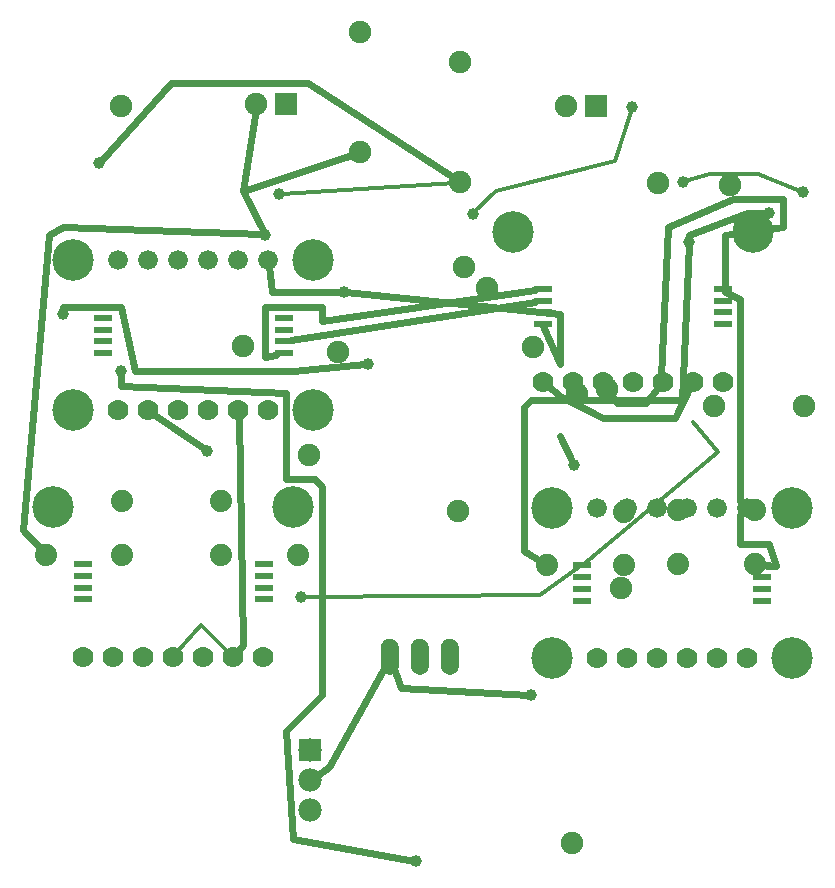
<source format=gbl>
G04 MADE WITH FRITZING*
G04 WWW.FRITZING.ORG*
G04 DOUBLE SIDED*
G04 HOLES PLATED*
G04 CONTOUR ON CENTER OF CONTOUR VECTOR*
%FSLAX26Y26*%
%MOIN*%
%ADD10C,0.138425*%
%ADD11C,0.070000*%
%ADD12C,0.066000*%
%ADD13C,0.053528*%
%ADD14C,0.078000*%
%ADD15C,0.075000*%
%ADD16C,0.074000*%
%ADD17C,0.039370*%
%ADD18R,0.061024X0.023622*%
%ADD19R,0.078000X0.078000*%
%ADD20R,0.075000X0.075000*%
%ADD21C,0.024000*%
%ADD22C,0.012000*%
%ADD23R,0.001000X0.001000*%
G04 COPPER0*
%FSLAX26Y26*%
%MOIN*%
D10*
X2905800Y2589690D03*
D11*
X2805800Y2089690D03*
X2705800Y2089690D03*
D10*
X2105800Y2589690D03*
D11*
X2605800Y2089690D03*
X2505800Y2089690D03*
X2405800Y2089690D03*
X2305800Y2089690D03*
X2205800Y2089690D03*
D10*
X2905800Y2589690D03*
D11*
X2805800Y2089690D03*
X2705800Y2089690D03*
D10*
X2105800Y2589690D03*
D11*
X2605800Y2089690D03*
X2505800Y2089690D03*
X2405800Y2089690D03*
X2305800Y2089690D03*
X2205800Y2089690D03*
D10*
X1373770Y1672760D03*
D11*
X1273770Y1172760D03*
X1173770Y1172760D03*
D10*
X573767Y1672760D03*
D11*
X1073770Y1172760D03*
X973767Y1172760D03*
X873767Y1172760D03*
X773767Y1172760D03*
X673767Y1172760D03*
D10*
X1373770Y1672760D03*
D11*
X1273770Y1172760D03*
X1173770Y1172760D03*
D10*
X573767Y1672760D03*
D11*
X1073770Y1172760D03*
X973767Y1172760D03*
X873767Y1172760D03*
X773767Y1172760D03*
X673767Y1172760D03*
D10*
X2236540Y1667750D03*
X2236540Y1167750D03*
D12*
X2886540Y1667750D03*
X2786540Y1667750D03*
D10*
X3036540Y1667750D03*
D12*
X2686540Y1667750D03*
D10*
X3036540Y1167750D03*
D12*
X2586540Y1667750D03*
X2486540Y1667750D03*
X2386540Y1667750D03*
D11*
X2886540Y1167750D03*
X2786540Y1167750D03*
X2686540Y1167750D03*
X2586540Y1167750D03*
X2486540Y1167750D03*
X2386540Y1167750D03*
D10*
X2236540Y1667750D03*
X2236540Y1167750D03*
D12*
X2886540Y1667750D03*
X2786540Y1667750D03*
D10*
X3036540Y1667750D03*
D12*
X2686540Y1667750D03*
D10*
X3036540Y1167750D03*
D12*
X2586540Y1667750D03*
X2486540Y1667750D03*
X2386540Y1667750D03*
D11*
X2886540Y1167750D03*
X2786540Y1167750D03*
X2686540Y1167750D03*
X2586540Y1167750D03*
X2486540Y1167750D03*
X2386540Y1167750D03*
D10*
X640833Y2493296D03*
X640833Y1993300D03*
D12*
X1290830Y2493296D03*
X1190830Y2493296D03*
D10*
X1440830Y2493296D03*
D12*
X1090830Y2493296D03*
D10*
X1440830Y1993300D03*
D12*
X990833Y2493296D03*
X890833Y2493296D03*
X790833Y2493296D03*
D11*
X1290830Y1993300D03*
X1190830Y1993300D03*
X1090830Y1993300D03*
X990833Y1993300D03*
X890833Y1993300D03*
X790833Y1993300D03*
D10*
X640833Y2493296D03*
X640833Y1993300D03*
D12*
X1290830Y2493296D03*
X1190830Y2493296D03*
D10*
X1440830Y2493296D03*
D12*
X1090830Y2493296D03*
D10*
X1440830Y1993300D03*
D12*
X990833Y2493296D03*
X890833Y2493296D03*
X790833Y2493296D03*
D11*
X1290830Y1993300D03*
X1190830Y1993300D03*
X1090830Y1993300D03*
X990833Y1993300D03*
X890833Y1993300D03*
X790833Y1993300D03*
D13*
X1695690Y1171910D03*
X1795690Y1171910D03*
X1895670Y1171910D03*
D14*
X1430770Y862510D03*
X1430770Y762510D03*
X1430770Y662510D03*
D15*
X1929420Y2753741D03*
X1929420Y3153741D03*
X1929420Y2753741D03*
X1929420Y3153741D03*
X1596090Y3255118D03*
X1596090Y2855118D03*
X2381430Y3007933D03*
X2281430Y3007933D03*
X2381430Y3007933D03*
X2281430Y3007933D03*
X1350770Y3015250D03*
X1250770Y3015250D03*
X1350770Y3015250D03*
X1250770Y3015250D03*
D16*
X1131930Y1691090D03*
X1387930Y1691090D03*
X1131930Y1513090D03*
X1387930Y1513090D03*
X2656090Y1660420D03*
X2912090Y1660420D03*
X2656090Y1482420D03*
X2912090Y1482420D03*
X2220320Y1655310D03*
X2476320Y1655310D03*
X2220320Y1477310D03*
X2476320Y1477310D03*
X547956Y1691090D03*
X803956Y1691090D03*
X547956Y1513090D03*
X803956Y1513090D03*
D17*
X2166200Y1043680D03*
X1971410Y2649343D03*
X2503550Y3006336D03*
X1327210Y2715019D03*
X1398910Y1371990D03*
X1086200Y1859680D03*
X1278200Y2579680D03*
X3071220Y2721750D03*
X2672770Y2756229D03*
X2958200Y2651680D03*
X2694200Y2555680D03*
X1782200Y491680D03*
X798196Y2123680D03*
X1542200Y2387680D03*
X2598200Y2099680D03*
X606196Y2315680D03*
X1621750Y2147680D03*
X2310200Y1811680D03*
X726196Y2819680D03*
D15*
X2019090Y2401390D03*
X2302870Y550500D03*
X1941190Y2471156D03*
X1922590Y1659220D03*
X2417680Y2063760D03*
X2466040Y1402520D03*
X2320770Y2047060D03*
X2828890Y2744675D03*
X2171620Y2205930D03*
X2589010Y2752241D03*
X2775860Y2006820D03*
X3075860Y2006820D03*
X1425030Y1843920D03*
X1521920Y2186850D03*
X799067Y3009395D03*
X1205240Y2208570D03*
D18*
X2204762Y2280639D03*
X2204762Y2320009D03*
X2204762Y2359379D03*
X2204762Y2398749D03*
X2806822Y2398749D03*
X2806822Y2359379D03*
X2806822Y2320009D03*
X2806822Y2280639D03*
X2204762Y2280639D03*
X2204762Y2320009D03*
X2204762Y2359379D03*
X2204762Y2398749D03*
X2806822Y2398749D03*
X2806822Y2359379D03*
X2806822Y2320009D03*
X2806822Y2280639D03*
X672732Y1363709D03*
X672732Y1403079D03*
X672732Y1442439D03*
X672732Y1481819D03*
X1274792Y1481819D03*
X1274792Y1442449D03*
X1274792Y1403079D03*
X1274792Y1363709D03*
X672732Y1363709D03*
X672732Y1403079D03*
X672732Y1442439D03*
X672732Y1481819D03*
X1274792Y1481819D03*
X1274792Y1442449D03*
X1274792Y1403079D03*
X1274792Y1363709D03*
X2335502Y1358699D03*
X2335502Y1398069D03*
X2335502Y1437439D03*
X2335502Y1476809D03*
X2937562Y1476809D03*
X2937562Y1437439D03*
X2937562Y1398069D03*
X2937562Y1358699D03*
X2335502Y1358699D03*
X2335502Y1398069D03*
X2335502Y1437439D03*
X2335502Y1476809D03*
X2937562Y1476809D03*
X2937562Y1437439D03*
X2937562Y1398069D03*
X2937562Y1358699D03*
X739798Y2184239D03*
X739798Y2223609D03*
X739798Y2262979D03*
X739798Y2302349D03*
X1341852Y2302349D03*
X1341852Y2262979D03*
X1341852Y2223609D03*
X1341852Y2184239D03*
X739798Y2184239D03*
X739798Y2223609D03*
X739798Y2262979D03*
X739798Y2302349D03*
X1341852Y2302349D03*
X1341852Y2262979D03*
X1341852Y2223609D03*
X1341852Y2184239D03*
D19*
X1430770Y862510D03*
D20*
X2381430Y3007933D03*
X2381430Y3007933D03*
X1350770Y3015250D03*
X1350770Y3015250D03*
D21*
X1684540Y1151530D02*
X1494200Y803680D01*
D02*
X1494200Y803680D02*
X1446710Y772850D01*
D02*
X2158340Y1044120D02*
X1734200Y1067680D01*
D02*
X1734200Y1067680D02*
X1703740Y1150110D01*
D02*
X907082Y1982180D02*
X1079700Y1864120D01*
D02*
X2179810Y2355450D02*
X1366810Y2227540D01*
D02*
X2179810Y2395110D02*
X1470200Y2291680D01*
D02*
X1470200Y2291680D02*
X1470200Y2339680D01*
D02*
X1470200Y2339680D02*
X1278200Y2339680D01*
D02*
X1278200Y2339680D02*
X1278200Y2171680D01*
D02*
X1278200Y2171680D02*
X1316900Y2179320D01*
D02*
X1248120Y2997951D02*
X1206200Y2723679D01*
D02*
X1206200Y2723679D02*
X1274680Y2586722D01*
D02*
X1579510Y2849528D02*
X1206210Y2723679D01*
D02*
X534634Y1528010D02*
X474201Y1595680D01*
D02*
X474200Y1595680D02*
X558200Y2579679D01*
D02*
X558200Y2579679D02*
X606200Y2603679D01*
D02*
X606200Y2603679D02*
X1270330Y2579960D01*
D02*
X2950330Y2651679D02*
X2886200Y2651679D01*
D02*
X2886200Y2651679D02*
X2694200Y2579679D01*
D02*
X2694200Y2579679D02*
X2694200Y2563553D01*
D02*
X2203120Y1487520D02*
X2142200Y1523680D01*
D02*
X2142200Y1523680D02*
X2142200Y2003680D01*
D02*
X2142200Y2003680D02*
X2166200Y2027680D01*
D02*
X2166200Y2027680D02*
X2670200Y2027680D01*
D02*
X2670200Y2027680D02*
X2693840Y2547813D01*
D02*
X1774450Y493050D02*
X1374200Y563680D01*
D02*
X1374200Y563680D02*
X1350200Y923680D01*
D02*
X1350200Y923680D02*
X1470200Y1043680D01*
D02*
X1470200Y1043680D02*
X1470200Y1739680D01*
D02*
X1470200Y1739680D02*
X1446200Y1763680D01*
D02*
X1446200Y1763680D02*
X1350200Y1763680D01*
D02*
X1350200Y1763680D02*
X1350200Y2051680D01*
D02*
X1350200Y2051680D02*
X798200Y2075680D01*
D02*
X798200Y2075680D02*
X798200Y2115810D01*
D02*
X1534330Y2387680D02*
X1302200Y2387680D01*
D02*
X1302200Y2387680D02*
X1292940Y2473723D01*
D02*
X2207470Y2274380D02*
X2262200Y2147680D01*
D02*
X2262200Y2147680D02*
X2262200Y2315680D01*
D02*
X2262200Y2315680D02*
X1550030Y2386900D01*
D02*
X2416710Y2073310D02*
X2454200Y2017010D01*
D02*
X2454200Y2017010D02*
X2550200Y2017010D01*
D02*
X2550200Y2017010D02*
X2593840Y2074060D01*
D02*
X2937570Y1476800D02*
X2958200Y1475680D01*
D02*
X2958200Y1475680D02*
X2982200Y1475680D01*
D02*
X2982200Y1475680D02*
X2958200Y1547680D01*
D02*
X2958200Y1547680D02*
X2862200Y1547680D01*
D02*
X2862200Y1547680D02*
X2862200Y1643680D01*
D02*
X2862200Y1643680D02*
X2872540Y1653900D01*
D02*
X2598570Y2107540D02*
X2622200Y2603679D01*
D02*
X2622200Y2603679D02*
X2838200Y2699679D01*
D02*
X2838200Y2699679D02*
X3006200Y2699679D01*
D02*
X3006200Y2699679D02*
X3006200Y2603679D01*
D02*
X3006200Y2603679D02*
X2814200Y2579679D01*
D02*
X2814200Y2579679D02*
X2814200Y2387680D01*
D02*
X2814200Y2387680D02*
X2862200Y2363680D01*
D02*
X2862200Y2363680D02*
X2862200Y1691680D01*
D02*
X2862200Y1691680D02*
X2872500Y1681550D01*
D02*
X606200Y2323550D02*
X606200Y2339680D01*
D02*
X606200Y2339680D02*
X798200Y2339680D01*
D02*
X798200Y2339680D02*
X846200Y2123680D01*
D02*
X846200Y2123680D02*
X1374200Y2123680D01*
D02*
X1374200Y2123680D02*
X1613920Y2146920D01*
D02*
X2220700Y2076830D02*
X2262200Y2041010D01*
D02*
X2262200Y2041010D02*
X2406200Y1969010D01*
D02*
X2406200Y1969010D02*
X2646200Y1969010D01*
D02*
X2646200Y1969010D02*
X2697080Y2072040D01*
D02*
X2306680Y1818720D02*
X2262200Y1907680D01*
D02*
X731497Y2825506D02*
X966200Y3083679D01*
D02*
X966200Y3083679D02*
X1422200Y3083679D01*
D02*
X1422200Y3083679D02*
X1914750Y2763284D01*
D02*
X1186370Y1187880D02*
X1206200Y1211680D01*
D02*
X1206200Y1211680D02*
X1191220Y1973610D01*
D22*
D02*
X2195720Y1377970D02*
X1406780Y1372050D01*
D02*
X2326660Y1470540D02*
X2195720Y1377970D01*
D02*
X2789930Y1854370D02*
X2343040Y1483060D01*
D02*
X2705800Y1956360D02*
X2789930Y1854370D01*
D02*
X1911960Y2752618D02*
X1335070Y2715524D01*
D02*
X2049880Y2723803D02*
X2446490Y2824953D01*
D02*
X2446500Y2824953D02*
X2501200Y2998825D01*
D02*
X1977120Y2654762D02*
X2049890Y2723802D01*
D02*
X2924010Y2781945D02*
X2762370Y2780108D01*
D02*
X2762380Y2780108D02*
X2680370Y2758256D01*
D02*
X3063930Y2724730D02*
X2924020Y2781944D01*
D02*
X1065780Y1278560D02*
X986678Y1187600D01*
D02*
X1173770Y1172760D02*
X1065780Y1278560D01*
D23*
X1692500Y1232070D02*
X1698500Y1232070D01*
X1792500Y1232070D02*
X1798500Y1232070D01*
X1892500Y1232070D02*
X1898500Y1232070D01*
X1687500Y1231070D02*
X1703500Y1231070D01*
X1787500Y1231070D02*
X1803500Y1231070D01*
X1887500Y1231070D02*
X1903500Y1231070D01*
X1684500Y1230070D02*
X1706500Y1230070D01*
X1784500Y1230070D02*
X1806500Y1230070D01*
X1884500Y1230070D02*
X1906500Y1230070D01*
X1682500Y1229070D02*
X1708500Y1229070D01*
X1782500Y1229070D02*
X1808500Y1229070D01*
X1882500Y1229070D02*
X1908500Y1229070D01*
X1680500Y1228070D02*
X1710500Y1228070D01*
X1780500Y1228070D02*
X1810500Y1228070D01*
X1880500Y1228070D02*
X1910500Y1228070D01*
X1679500Y1227070D02*
X1711500Y1227070D01*
X1779500Y1227070D02*
X1811500Y1227070D01*
X1879500Y1227070D02*
X1911500Y1227070D01*
X1677500Y1226070D02*
X1713500Y1226070D01*
X1777500Y1226070D02*
X1813500Y1226070D01*
X1877500Y1226070D02*
X1913500Y1226070D01*
X1676500Y1225070D02*
X1714500Y1225070D01*
X1776500Y1225070D02*
X1814500Y1225070D01*
X1876500Y1225070D02*
X1914500Y1225070D01*
X1675500Y1224070D02*
X1715500Y1224070D01*
X1775500Y1224070D02*
X1815500Y1224070D01*
X1875500Y1224070D02*
X1915500Y1224070D01*
X1674500Y1223070D02*
X1716500Y1223070D01*
X1774500Y1223070D02*
X1816500Y1223070D01*
X1874500Y1223070D02*
X1916500Y1223070D01*
X1673500Y1222070D02*
X1717500Y1222070D01*
X1773500Y1222070D02*
X1817500Y1222070D01*
X1873500Y1222070D02*
X1917500Y1222070D01*
X1672500Y1221070D02*
X1718500Y1221070D01*
X1772500Y1221070D02*
X1818500Y1221070D01*
X1872500Y1221070D02*
X1918500Y1221070D01*
X1671500Y1220070D02*
X1719500Y1220070D01*
X1771500Y1220070D02*
X1818500Y1220070D01*
X1871500Y1220070D02*
X1918500Y1220070D01*
X1671500Y1219070D02*
X1719500Y1219070D01*
X1771500Y1219070D02*
X1819500Y1219070D01*
X1871500Y1219070D02*
X1919500Y1219070D01*
X1670500Y1218070D02*
X1720500Y1218070D01*
X1770500Y1218070D02*
X1820500Y1218070D01*
X1870500Y1218070D02*
X1920500Y1218070D01*
X1669500Y1217070D02*
X1720500Y1217070D01*
X1769500Y1217070D02*
X1820500Y1217070D01*
X1869500Y1217070D02*
X1920500Y1217070D01*
X1669500Y1216070D02*
X1721500Y1216070D01*
X1769500Y1216070D02*
X1821500Y1216070D01*
X1869500Y1216070D02*
X1921500Y1216070D01*
X1668500Y1215070D02*
X1722500Y1215070D01*
X1768500Y1215070D02*
X1821500Y1215070D01*
X1868500Y1215070D02*
X1921500Y1215070D01*
X1668500Y1214070D02*
X1722500Y1214070D01*
X1768500Y1214070D02*
X1822500Y1214070D01*
X1868500Y1214070D02*
X1922500Y1214070D01*
X1667500Y1213070D02*
X1722500Y1213070D01*
X1767500Y1213070D02*
X1822500Y1213070D01*
X1867500Y1213070D02*
X1922500Y1213070D01*
X1667500Y1212070D02*
X1723500Y1212070D01*
X1767500Y1212070D02*
X1823500Y1212070D01*
X1867500Y1212070D02*
X1923500Y1212070D01*
X1667500Y1211070D02*
X1723500Y1211070D01*
X1767500Y1211070D02*
X1823500Y1211070D01*
X1867500Y1211070D02*
X1923500Y1211070D01*
X1666500Y1210070D02*
X1723500Y1210070D01*
X1766500Y1210070D02*
X1823500Y1210070D01*
X1866500Y1210070D02*
X1923500Y1210070D01*
X1666500Y1209070D02*
X1724500Y1209070D01*
X1766500Y1209070D02*
X1824500Y1209070D01*
X1866500Y1209070D02*
X1924500Y1209070D01*
X1666500Y1208070D02*
X1724500Y1208070D01*
X1766500Y1208070D02*
X1824500Y1208070D01*
X1866500Y1208070D02*
X1924500Y1208070D01*
X1666500Y1207070D02*
X1724500Y1207070D01*
X1766500Y1207070D02*
X1824500Y1207070D01*
X1866500Y1207070D02*
X1924500Y1207070D01*
X1666500Y1206070D02*
X1724500Y1206070D01*
X1766500Y1206070D02*
X1824500Y1206070D01*
X1866500Y1206070D02*
X1924500Y1206070D01*
X1666500Y1205070D02*
X1724500Y1205070D01*
X1766500Y1205070D02*
X1824500Y1205070D01*
X1866500Y1205070D02*
X1924500Y1205070D01*
X1665500Y1204070D02*
X1724500Y1204070D01*
X1765500Y1204070D02*
X1824500Y1204070D01*
X1865500Y1204070D02*
X1924500Y1204070D01*
X1665500Y1203070D02*
X1724500Y1203070D01*
X1765500Y1203070D02*
X1824500Y1203070D01*
X1865500Y1203070D02*
X1924500Y1203070D01*
X1665500Y1202070D02*
X1724500Y1202070D01*
X1765500Y1202070D02*
X1824500Y1202070D01*
X1865500Y1202070D02*
X1924500Y1202070D01*
X1665500Y1201070D02*
X1724500Y1201070D01*
X1765500Y1201070D02*
X1824500Y1201070D01*
X1865500Y1201070D02*
X1924500Y1201070D01*
X1665500Y1200070D02*
X1724500Y1200070D01*
X1765500Y1200070D02*
X1824500Y1200070D01*
X1865500Y1200070D02*
X1924500Y1200070D01*
X1665500Y1199070D02*
X1724500Y1199070D01*
X1765500Y1199070D02*
X1824500Y1199070D01*
X1865500Y1199070D02*
X1924500Y1199070D01*
X1665500Y1198070D02*
X1724500Y1198070D01*
X1765500Y1198070D02*
X1824500Y1198070D01*
X1865500Y1198070D02*
X1924500Y1198070D01*
X1665500Y1197070D02*
X1724500Y1197070D01*
X1765500Y1197070D02*
X1824500Y1197070D01*
X1865500Y1197070D02*
X1924500Y1197070D01*
X1665500Y1196070D02*
X1724500Y1196070D01*
X1765500Y1196070D02*
X1824500Y1196070D01*
X1865500Y1196070D02*
X1924500Y1196070D01*
X1665500Y1195070D02*
X1724500Y1195070D01*
X1765500Y1195070D02*
X1824500Y1195070D01*
X1865500Y1195070D02*
X1924500Y1195070D01*
X1665500Y1194070D02*
X1724500Y1194070D01*
X1765500Y1194070D02*
X1824500Y1194070D01*
X1865500Y1194070D02*
X1924500Y1194070D01*
X1665500Y1193070D02*
X1724500Y1193070D01*
X1765500Y1193070D02*
X1824500Y1193070D01*
X1865500Y1193070D02*
X1924500Y1193070D01*
X1665500Y1192070D02*
X1692500Y1192070D01*
X1697500Y1192070D02*
X1724500Y1192070D01*
X1765500Y1192070D02*
X1792500Y1192070D01*
X1797500Y1192070D02*
X1824500Y1192070D01*
X1865500Y1192070D02*
X1892500Y1192070D01*
X1897500Y1192070D02*
X1924500Y1192070D01*
X1665500Y1191070D02*
X1688500Y1191070D01*
X1702500Y1191070D02*
X1724500Y1191070D01*
X1765500Y1191070D02*
X1788500Y1191070D01*
X1802500Y1191070D02*
X1824500Y1191070D01*
X1865500Y1191070D02*
X1888500Y1191070D01*
X1902500Y1191070D02*
X1924500Y1191070D01*
X1665500Y1190070D02*
X1685500Y1190070D01*
X1704500Y1190070D02*
X1724500Y1190070D01*
X1765500Y1190070D02*
X1785500Y1190070D01*
X1804500Y1190070D02*
X1824500Y1190070D01*
X1865500Y1190070D02*
X1885500Y1190070D01*
X1904500Y1190070D02*
X1924500Y1190070D01*
X1665500Y1189070D02*
X1684500Y1189070D01*
X1706500Y1189070D02*
X1724500Y1189070D01*
X1765500Y1189070D02*
X1784500Y1189070D01*
X1806500Y1189070D02*
X1824500Y1189070D01*
X1865500Y1189070D02*
X1884500Y1189070D01*
X1906500Y1189070D02*
X1924500Y1189070D01*
X1665500Y1188070D02*
X1682500Y1188070D01*
X1708500Y1188070D02*
X1724500Y1188070D01*
X1765500Y1188070D02*
X1782500Y1188070D01*
X1808500Y1188070D02*
X1824500Y1188070D01*
X1865500Y1188070D02*
X1882500Y1188070D01*
X1907500Y1188070D02*
X1924500Y1188070D01*
X1665500Y1187070D02*
X1681500Y1187070D01*
X1709500Y1187070D02*
X1724500Y1187070D01*
X1765500Y1187070D02*
X1781500Y1187070D01*
X1809500Y1187070D02*
X1824500Y1187070D01*
X1865500Y1187070D02*
X1881500Y1187070D01*
X1909500Y1187070D02*
X1924500Y1187070D01*
X1665500Y1186070D02*
X1680500Y1186070D01*
X1710500Y1186070D02*
X1724500Y1186070D01*
X1765500Y1186070D02*
X1780500Y1186070D01*
X1810500Y1186070D02*
X1824500Y1186070D01*
X1865500Y1186070D02*
X1880500Y1186070D01*
X1910500Y1186070D02*
X1924500Y1186070D01*
X1665500Y1185070D02*
X1679500Y1185070D01*
X1711500Y1185070D02*
X1724500Y1185070D01*
X1765500Y1185070D02*
X1779500Y1185070D01*
X1811500Y1185070D02*
X1824500Y1185070D01*
X1865500Y1185070D02*
X1879500Y1185070D01*
X1911500Y1185070D02*
X1924500Y1185070D01*
X1665500Y1184070D02*
X1678500Y1184070D01*
X1711500Y1184070D02*
X1724500Y1184070D01*
X1765500Y1184070D02*
X1778500Y1184070D01*
X1811500Y1184070D02*
X1824500Y1184070D01*
X1865500Y1184070D02*
X1878500Y1184070D01*
X1911500Y1184070D02*
X1924500Y1184070D01*
X1665500Y1183070D02*
X1678500Y1183070D01*
X1712500Y1183070D02*
X1724500Y1183070D01*
X1765500Y1183070D02*
X1778500Y1183070D01*
X1812500Y1183070D02*
X1824500Y1183070D01*
X1865500Y1183070D02*
X1878500Y1183070D01*
X1912500Y1183070D02*
X1924500Y1183070D01*
X1665500Y1182070D02*
X1677500Y1182070D01*
X1713500Y1182070D02*
X1724500Y1182070D01*
X1765500Y1182070D02*
X1777500Y1182070D01*
X1813500Y1182070D02*
X1824500Y1182070D01*
X1865500Y1182070D02*
X1877500Y1182070D01*
X1913500Y1182070D02*
X1924500Y1182070D01*
X1665500Y1181070D02*
X1677500Y1181070D01*
X1713500Y1181070D02*
X1724500Y1181070D01*
X1765500Y1181070D02*
X1777500Y1181070D01*
X1813500Y1181070D02*
X1824500Y1181070D01*
X1865500Y1181070D02*
X1876500Y1181070D01*
X1913500Y1181070D02*
X1924500Y1181070D01*
X1665500Y1180070D02*
X1676500Y1180070D01*
X1714500Y1180070D02*
X1724500Y1180070D01*
X1765500Y1180070D02*
X1776500Y1180070D01*
X1814500Y1180070D02*
X1824500Y1180070D01*
X1865500Y1180070D02*
X1876500Y1180070D01*
X1914500Y1180070D02*
X1924500Y1180070D01*
X1665500Y1179070D02*
X1676500Y1179070D01*
X1714500Y1179070D02*
X1724500Y1179070D01*
X1765500Y1179070D02*
X1776500Y1179070D01*
X1814500Y1179070D02*
X1824500Y1179070D01*
X1865500Y1179070D02*
X1876500Y1179070D01*
X1914500Y1179070D02*
X1924500Y1179070D01*
X1665500Y1178070D02*
X1675500Y1178070D01*
X1714500Y1178070D02*
X1724500Y1178070D01*
X1765500Y1178070D02*
X1775500Y1178070D01*
X1814500Y1178070D02*
X1824500Y1178070D01*
X1865500Y1178070D02*
X1875500Y1178070D01*
X1914500Y1178070D02*
X1924500Y1178070D01*
X1665500Y1177070D02*
X1675500Y1177070D01*
X1715500Y1177070D02*
X1724500Y1177070D01*
X1765500Y1177070D02*
X1775500Y1177070D01*
X1815500Y1177070D02*
X1824500Y1177070D01*
X1865500Y1177070D02*
X1875500Y1177070D01*
X1915500Y1177070D02*
X1924500Y1177070D01*
X1665500Y1176070D02*
X1675500Y1176070D01*
X1715500Y1176070D02*
X1724500Y1176070D01*
X1765500Y1176070D02*
X1775500Y1176070D01*
X1815500Y1176070D02*
X1824500Y1176070D01*
X1865500Y1176070D02*
X1875500Y1176070D01*
X1915500Y1176070D02*
X1924500Y1176070D01*
X1665500Y1175070D02*
X1675500Y1175070D01*
X1715500Y1175070D02*
X1724500Y1175070D01*
X1765500Y1175070D02*
X1775500Y1175070D01*
X1815500Y1175070D02*
X1824500Y1175070D01*
X1865500Y1175070D02*
X1875500Y1175070D01*
X1915500Y1175070D02*
X1924500Y1175070D01*
X1665500Y1174070D02*
X1675500Y1174070D01*
X1715500Y1174070D02*
X1724500Y1174070D01*
X1765500Y1174070D02*
X1775500Y1174070D01*
X1815500Y1174070D02*
X1824500Y1174070D01*
X1865500Y1174070D02*
X1875500Y1174070D01*
X1915500Y1174070D02*
X1924500Y1174070D01*
X1665500Y1173070D02*
X1674500Y1173070D01*
X1715500Y1173070D02*
X1724500Y1173070D01*
X1765500Y1173070D02*
X1774500Y1173070D01*
X1815500Y1173070D02*
X1824500Y1173070D01*
X1865500Y1173070D02*
X1874500Y1173070D01*
X1915500Y1173070D02*
X1924500Y1173070D01*
X1665500Y1172070D02*
X1674500Y1172070D01*
X1715500Y1172070D02*
X1724500Y1172070D01*
X1765500Y1172070D02*
X1774500Y1172070D01*
X1815500Y1172070D02*
X1824500Y1172070D01*
X1865500Y1172070D02*
X1874500Y1172070D01*
X1915500Y1172070D02*
X1924500Y1172070D01*
X1665500Y1171070D02*
X1675500Y1171070D01*
X1715500Y1171070D02*
X1724500Y1171070D01*
X1765500Y1171070D02*
X1775500Y1171070D01*
X1815500Y1171070D02*
X1824500Y1171070D01*
X1865500Y1171070D02*
X1874500Y1171070D01*
X1915500Y1171070D02*
X1924500Y1171070D01*
X1665500Y1170070D02*
X1675500Y1170070D01*
X1715500Y1170070D02*
X1724500Y1170070D01*
X1765500Y1170070D02*
X1775500Y1170070D01*
X1815500Y1170070D02*
X1824500Y1170070D01*
X1865500Y1170070D02*
X1875500Y1170070D01*
X1915500Y1170070D02*
X1924500Y1170070D01*
X1665500Y1169070D02*
X1675500Y1169070D01*
X1715500Y1169070D02*
X1724500Y1169070D01*
X1765500Y1169070D02*
X1775500Y1169070D01*
X1815500Y1169070D02*
X1824500Y1169070D01*
X1865500Y1169070D02*
X1875500Y1169070D01*
X1915500Y1169070D02*
X1924500Y1169070D01*
X1665500Y1168070D02*
X1675500Y1168070D01*
X1715500Y1168070D02*
X1724500Y1168070D01*
X1765500Y1168070D02*
X1775500Y1168070D01*
X1815500Y1168070D02*
X1824500Y1168070D01*
X1865500Y1168070D02*
X1875500Y1168070D01*
X1915500Y1168070D02*
X1924500Y1168070D01*
X1665500Y1167070D02*
X1675500Y1167070D01*
X1715500Y1167070D02*
X1724500Y1167070D01*
X1765500Y1167070D02*
X1775500Y1167070D01*
X1815500Y1167070D02*
X1824500Y1167070D01*
X1865500Y1167070D02*
X1875500Y1167070D01*
X1915500Y1167070D02*
X1924500Y1167070D01*
X1665500Y1166070D02*
X1675500Y1166070D01*
X1714500Y1166070D02*
X1724500Y1166070D01*
X1765500Y1166070D02*
X1775500Y1166070D01*
X1814500Y1166070D02*
X1824500Y1166070D01*
X1865500Y1166070D02*
X1875500Y1166070D01*
X1914500Y1166070D02*
X1924500Y1166070D01*
X1665500Y1165070D02*
X1676500Y1165070D01*
X1714500Y1165070D02*
X1724500Y1165070D01*
X1765500Y1165070D02*
X1776500Y1165070D01*
X1814500Y1165070D02*
X1824500Y1165070D01*
X1865500Y1165070D02*
X1876500Y1165070D01*
X1914500Y1165070D02*
X1924500Y1165070D01*
X1665500Y1164070D02*
X1676500Y1164070D01*
X1714500Y1164070D02*
X1724500Y1164070D01*
X1765500Y1164070D02*
X1776500Y1164070D01*
X1814500Y1164070D02*
X1824500Y1164070D01*
X1865500Y1164070D02*
X1876500Y1164070D01*
X1914500Y1164070D02*
X1924500Y1164070D01*
X1665500Y1163070D02*
X1677500Y1163070D01*
X1713500Y1163070D02*
X1724500Y1163070D01*
X1765500Y1163070D02*
X1777500Y1163070D01*
X1813500Y1163070D02*
X1824500Y1163070D01*
X1865500Y1163070D02*
X1877500Y1163070D01*
X1913500Y1163070D02*
X1924500Y1163070D01*
X1665500Y1162070D02*
X1677500Y1162070D01*
X1712500Y1162070D02*
X1724500Y1162070D01*
X1765500Y1162070D02*
X1777500Y1162070D01*
X1812500Y1162070D02*
X1824500Y1162070D01*
X1865500Y1162070D02*
X1877500Y1162070D01*
X1912500Y1162070D02*
X1924500Y1162070D01*
X1665500Y1161070D02*
X1678500Y1161070D01*
X1712500Y1161070D02*
X1724500Y1161070D01*
X1765500Y1161070D02*
X1778500Y1161070D01*
X1812500Y1161070D02*
X1824500Y1161070D01*
X1865500Y1161070D02*
X1878500Y1161070D01*
X1912500Y1161070D02*
X1924500Y1161070D01*
X1665500Y1160070D02*
X1679500Y1160070D01*
X1711500Y1160070D02*
X1724500Y1160070D01*
X1765500Y1160070D02*
X1779500Y1160070D01*
X1811500Y1160070D02*
X1824500Y1160070D01*
X1865500Y1160070D02*
X1879500Y1160070D01*
X1911500Y1160070D02*
X1924500Y1160070D01*
X1665500Y1159070D02*
X1679500Y1159070D01*
X1710500Y1159070D02*
X1724500Y1159070D01*
X1765500Y1159070D02*
X1779500Y1159070D01*
X1810500Y1159070D02*
X1824500Y1159070D01*
X1865500Y1159070D02*
X1879500Y1159070D01*
X1910500Y1159070D02*
X1924500Y1159070D01*
X1665500Y1158070D02*
X1680500Y1158070D01*
X1709500Y1158070D02*
X1724500Y1158070D01*
X1765500Y1158070D02*
X1780500Y1158070D01*
X1809500Y1158070D02*
X1824500Y1158070D01*
X1865500Y1158070D02*
X1880500Y1158070D01*
X1909500Y1158070D02*
X1924500Y1158070D01*
X1665500Y1157070D02*
X1682500Y1157070D01*
X1708500Y1157070D02*
X1724500Y1157070D01*
X1765500Y1157070D02*
X1782500Y1157070D01*
X1808500Y1157070D02*
X1824500Y1157070D01*
X1865500Y1157070D02*
X1882500Y1157070D01*
X1908500Y1157070D02*
X1924500Y1157070D01*
X1665500Y1156070D02*
X1683500Y1156070D01*
X1707500Y1156070D02*
X1724500Y1156070D01*
X1765500Y1156070D02*
X1783500Y1156070D01*
X1807500Y1156070D02*
X1824500Y1156070D01*
X1865500Y1156070D02*
X1883500Y1156070D01*
X1907500Y1156070D02*
X1924500Y1156070D01*
X1665500Y1155070D02*
X1684500Y1155070D01*
X1705500Y1155070D02*
X1724500Y1155070D01*
X1765500Y1155070D02*
X1784500Y1155070D01*
X1805500Y1155070D02*
X1824500Y1155070D01*
X1865500Y1155070D02*
X1884500Y1155070D01*
X1905500Y1155070D02*
X1924500Y1155070D01*
X1665500Y1154070D02*
X1686500Y1154070D01*
X1704500Y1154070D02*
X1724500Y1154070D01*
X1765500Y1154070D02*
X1786500Y1154070D01*
X1804500Y1154070D02*
X1824500Y1154070D01*
X1865500Y1154070D02*
X1886500Y1154070D01*
X1904500Y1154070D02*
X1924500Y1154070D01*
X1665500Y1153070D02*
X1689500Y1153070D01*
X1701500Y1153070D02*
X1724500Y1153070D01*
X1765500Y1153070D02*
X1789500Y1153070D01*
X1801500Y1153070D02*
X1824500Y1153070D01*
X1865500Y1153070D02*
X1889500Y1153070D01*
X1901500Y1153070D02*
X1924500Y1153070D01*
X1665500Y1152070D02*
X1724500Y1152070D01*
X1765500Y1152070D02*
X1824500Y1152070D01*
X1865500Y1152070D02*
X1924500Y1152070D01*
X1665500Y1151070D02*
X1724500Y1151070D01*
X1765500Y1151070D02*
X1824500Y1151070D01*
X1865500Y1151070D02*
X1924500Y1151070D01*
X1665500Y1150070D02*
X1724500Y1150070D01*
X1765500Y1150070D02*
X1824500Y1150070D01*
X1865500Y1150070D02*
X1924500Y1150070D01*
X1665500Y1149070D02*
X1724500Y1149070D01*
X1765500Y1149070D02*
X1824500Y1149070D01*
X1865500Y1149070D02*
X1924500Y1149070D01*
X1665500Y1148070D02*
X1724500Y1148070D01*
X1765500Y1148070D02*
X1824500Y1148070D01*
X1865500Y1148070D02*
X1924500Y1148070D01*
X1665500Y1147070D02*
X1724500Y1147070D01*
X1765500Y1147070D02*
X1824500Y1147070D01*
X1865500Y1147070D02*
X1924500Y1147070D01*
X1665500Y1146070D02*
X1724500Y1146070D01*
X1765500Y1146070D02*
X1824500Y1146070D01*
X1865500Y1146070D02*
X1924500Y1146070D01*
X1665500Y1145070D02*
X1724500Y1145070D01*
X1765500Y1145070D02*
X1824500Y1145070D01*
X1865500Y1145070D02*
X1924500Y1145070D01*
X1665500Y1144070D02*
X1724500Y1144070D01*
X1765500Y1144070D02*
X1824500Y1144070D01*
X1865500Y1144070D02*
X1924500Y1144070D01*
X1665500Y1143070D02*
X1724500Y1143070D01*
X1765500Y1143070D02*
X1824500Y1143070D01*
X1865500Y1143070D02*
X1924500Y1143070D01*
X1665500Y1142070D02*
X1724500Y1142070D01*
X1765500Y1142070D02*
X1824500Y1142070D01*
X1865500Y1142070D02*
X1924500Y1142070D01*
X1665500Y1141070D02*
X1724500Y1141070D01*
X1765500Y1141070D02*
X1824500Y1141070D01*
X1865500Y1141070D02*
X1924500Y1141070D01*
X1666500Y1140070D02*
X1724500Y1140070D01*
X1765500Y1140070D02*
X1824500Y1140070D01*
X1865500Y1140070D02*
X1924500Y1140070D01*
X1666500Y1139070D02*
X1724500Y1139070D01*
X1766500Y1139070D02*
X1824500Y1139070D01*
X1866500Y1139070D02*
X1924500Y1139070D01*
X1666500Y1138070D02*
X1724500Y1138070D01*
X1766500Y1138070D02*
X1824500Y1138070D01*
X1866500Y1138070D02*
X1924500Y1138070D01*
X1666500Y1137070D02*
X1724500Y1137070D01*
X1766500Y1137070D02*
X1824500Y1137070D01*
X1866500Y1137070D02*
X1924500Y1137070D01*
X1666500Y1136070D02*
X1724500Y1136070D01*
X1766500Y1136070D02*
X1824500Y1136070D01*
X1866500Y1136070D02*
X1924500Y1136070D01*
X1666500Y1135070D02*
X1723500Y1135070D01*
X1766500Y1135070D02*
X1823500Y1135070D01*
X1866500Y1135070D02*
X1923500Y1135070D01*
X1667500Y1134070D02*
X1723500Y1134070D01*
X1767500Y1134070D02*
X1823500Y1134070D01*
X1867500Y1134070D02*
X1923500Y1134070D01*
X1667500Y1133070D02*
X1723500Y1133070D01*
X1767500Y1133070D02*
X1823500Y1133070D01*
X1867500Y1133070D02*
X1923500Y1133070D01*
X1667500Y1132070D02*
X1723500Y1132070D01*
X1767500Y1132070D02*
X1823500Y1132070D01*
X1867500Y1132070D02*
X1923500Y1132070D01*
X1668500Y1131070D02*
X1722500Y1131070D01*
X1768500Y1131070D02*
X1822500Y1131070D01*
X1868500Y1131070D02*
X1922500Y1131070D01*
X1668500Y1130070D02*
X1722500Y1130070D01*
X1768500Y1130070D02*
X1822500Y1130070D01*
X1868500Y1130070D02*
X1922500Y1130070D01*
X1669500Y1129070D02*
X1721500Y1129070D01*
X1769500Y1129070D02*
X1821500Y1129070D01*
X1869500Y1129070D02*
X1921500Y1129070D01*
X1669500Y1128070D02*
X1721500Y1128070D01*
X1769500Y1128070D02*
X1821500Y1128070D01*
X1869500Y1128070D02*
X1921500Y1128070D01*
X1670500Y1127070D02*
X1720500Y1127070D01*
X1770500Y1127070D02*
X1820500Y1127070D01*
X1870500Y1127070D02*
X1920500Y1127070D01*
X1670500Y1126070D02*
X1720500Y1126070D01*
X1770500Y1126070D02*
X1820500Y1126070D01*
X1870500Y1126070D02*
X1920500Y1126070D01*
X1671500Y1125070D02*
X1719500Y1125070D01*
X1771500Y1125070D02*
X1819500Y1125070D01*
X1871500Y1125070D02*
X1919500Y1125070D01*
X1672500Y1124070D02*
X1718500Y1124070D01*
X1772500Y1124070D02*
X1818500Y1124070D01*
X1872500Y1124070D02*
X1918500Y1124070D01*
X1672500Y1123070D02*
X1717500Y1123070D01*
X1772500Y1123070D02*
X1817500Y1123070D01*
X1872500Y1123070D02*
X1917500Y1123070D01*
X1673500Y1122070D02*
X1716500Y1122070D01*
X1773500Y1122070D02*
X1816500Y1122070D01*
X1873500Y1122070D02*
X1916500Y1122070D01*
X1674500Y1121070D02*
X1716500Y1121070D01*
X1774500Y1121070D02*
X1816500Y1121070D01*
X1874500Y1121070D02*
X1916500Y1121070D01*
X1675500Y1120070D02*
X1714500Y1120070D01*
X1775500Y1120070D02*
X1814500Y1120070D01*
X1875500Y1120070D02*
X1914500Y1120070D01*
X1676500Y1119070D02*
X1713500Y1119070D01*
X1776500Y1119070D02*
X1813500Y1119070D01*
X1876500Y1119070D02*
X1913500Y1119070D01*
X1678500Y1118070D02*
X1712500Y1118070D01*
X1778500Y1118070D02*
X1812500Y1118070D01*
X1878500Y1118070D02*
X1912500Y1118070D01*
X1679500Y1117070D02*
X1711500Y1117070D01*
X1779500Y1117070D02*
X1811500Y1117070D01*
X1879500Y1117070D02*
X1911500Y1117070D01*
X1681500Y1116070D02*
X1709500Y1116070D01*
X1781500Y1116070D02*
X1809500Y1116070D01*
X1881500Y1116070D02*
X1909500Y1116070D01*
X1683500Y1115070D02*
X1707500Y1115070D01*
X1783500Y1115070D02*
X1807500Y1115070D01*
X1883500Y1115070D02*
X1907500Y1115070D01*
X1685500Y1114070D02*
X1704500Y1114070D01*
X1785500Y1114070D02*
X1804500Y1114070D01*
X1885500Y1114070D02*
X1904500Y1114070D01*
X1689500Y1113070D02*
X1701500Y1113070D01*
X1789500Y1113070D02*
X1801500Y1113070D01*
X1889500Y1113070D02*
X1901500Y1113070D01*
D02*
G04 End of Copper0*
M02*
</source>
